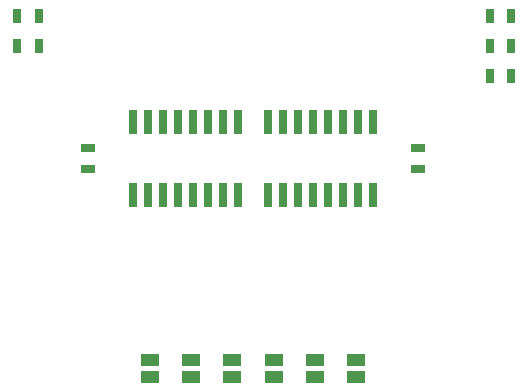
<source format=gtp>
G75*
G70*
%OFA0B0*%
%FSLAX24Y24*%
%IPPOS*%
%LPD*%
%AMOC8*
5,1,8,0,0,1.08239X$1,22.5*
%
%ADD10R,0.0260X0.0800*%
%ADD11R,0.0591X0.0394*%
%ADD12R,0.0315X0.0472*%
%ADD13R,0.0472X0.0315*%
D10*
X006500Y008040D03*
X007000Y008040D03*
X007500Y008040D03*
X008000Y008040D03*
X008500Y008040D03*
X009000Y008040D03*
X009500Y008040D03*
X010000Y008040D03*
X011000Y008040D03*
X011500Y008040D03*
X012000Y008040D03*
X012500Y008040D03*
X013000Y008040D03*
X013500Y008040D03*
X014000Y008040D03*
X014500Y008040D03*
X014500Y010460D03*
X014000Y010460D03*
X013500Y010460D03*
X013000Y010460D03*
X012500Y010460D03*
X012000Y010460D03*
X011500Y010460D03*
X011000Y010460D03*
X010000Y010460D03*
X009500Y010460D03*
X009000Y010460D03*
X008500Y010460D03*
X008000Y010460D03*
X007500Y010460D03*
X007000Y010460D03*
X006500Y010460D03*
D11*
X007061Y001974D03*
X007061Y002526D03*
X008439Y002526D03*
X008439Y001974D03*
X009811Y001974D03*
X009811Y002526D03*
X011189Y002526D03*
X011189Y001974D03*
X012561Y001974D03*
X012561Y002526D03*
X013939Y002526D03*
X013939Y001974D03*
D12*
X018396Y012000D03*
X019104Y012000D03*
X019104Y013000D03*
X018396Y013000D03*
X018396Y014000D03*
X019104Y014000D03*
X003354Y014000D03*
X002646Y014000D03*
X002646Y013000D03*
X003354Y013000D03*
D13*
X005000Y009604D03*
X005000Y008896D03*
X016000Y008896D03*
X016000Y009604D03*
M02*

</source>
